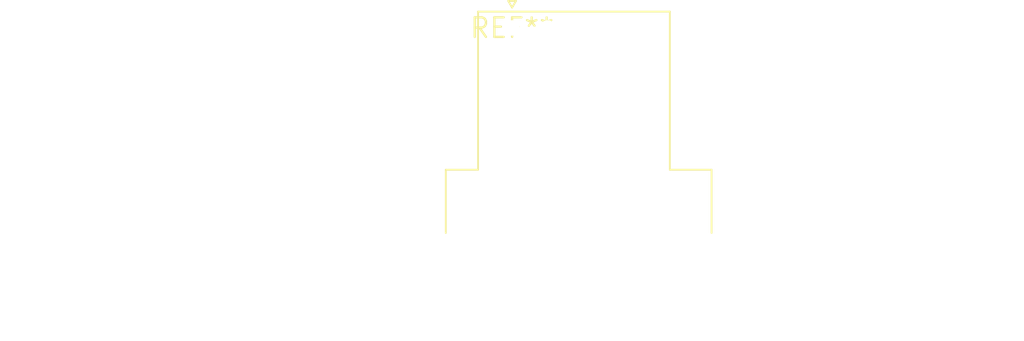
<source format=kicad_pcb>
(kicad_pcb (version 20240108) (generator pcbnew)
  (layers (0 "F.Cu" signal) (31 "B.Cu" signal) (34 "B.Paste" user) (35 "F.Paste" user) (36 "B.SilkS" user "B.Silkscreen") (37 "F.SilkS" user "F.Silkscreen") (38 "B.Mask" user) (39 "F.Mask" user) (44 "Edge.Cuts" user))
  (net 0 "")
  (footprint "DSUB-15-HD_Male_Horizontal_P2.29x1.98mm_EdgePinOffset9.40mm" (layer "F.Cu") (at 0 0)
    (property "Reference" "REF**")
    (property "Value" "DSUB-15-HD_Male_Horizontal_P2.29x1.98mm_EdgePinOffset9.40mm")
    (fp_line (start -4.295 9.2) (end -2.205 9.2) (layer "F.SilkS") (stroke (width 0.12)))
    (fp_line (start -4.295 13.3) (end -4.295 9.2) (layer "F.SilkS") (stroke (width 0.12)))
    (fp_line (start -2.205 -1.06) (end 10.22 -1.06) (layer "F.SilkS") (stroke (width 0.12)))
    (fp_line (start -2.205 9.2) (end -2.205 -1.06) (layer "F.SilkS") (stroke (width 0.12)))
    (fp_line (start -0.25 -1.754338) (end 0.25 -1.754338) (layer "F.SilkS") (stroke (width 0.12)))
    (fp_line (start 0 -1.321325) (end -0.25 -1.754338) (layer "F.SilkS") (stroke (width 0.12)))
    (fp_line (start 0.25 -1.754338) (end 0 -1.321325) (layer "F.SilkS") (stroke (width 0.12)))
    (fp_line (start 10.22 -1.06) (end 10.22 9.2) (layer "F.SilkS") (stroke (width 0.12)))
    (fp_line (start 10.22 9.2) (end 12.925 9.2) (layer "F.SilkS") (stroke (width 0.12)))
    (fp_line (start 12.925 9.2) (end 12.925 13.3) (layer "F.SilkS") (stroke (width 0.12)))
    (pad "1" thru_hole rect (at 0 0) (size 1.6 1.6) (drill 1) (layers *.Cu *.Mask) (remove_unused_layers))
    (pad "2" thru_hole circle (at 2.29 0) (size 1.6 1.6) (drill 1) (layers *.Cu *.Mask) (remove_unused_layers))
    (pad "3" thru_hole circle (at 4.58 0) (size 1.6 1.6) (drill 1) (layers *.Cu *.Mask) (remove_unused_layers))
    (pad "4" thru_hole circle (at 6.87 0) (size 1.6 1.6) (drill 1) (layers *.Cu *.Mask) (remove_unused_layers))
    (pad "5" thru_hole circle (at 9.16 0) (size 1.6 1.6) (drill 1) (layers *.Cu *.Mask) (remove_unused_layers))
    (pad "6" thru_hole circle (at -1.145 1.98) (size 1.6 1.6) (drill 1) (layers *.Cu *.Mask) (remove_unused_layers))
    (pad "7" thru_hole circle (at 1.145 1.98) (size 1.6 1.6) (drill 1) (layers *.Cu *.Mask) (remove_unused_layers))
    (pad "8" thru_hole circle (at 3.435 1.98) (size 1.6 1.6) (drill 1) (layers *.Cu *.Mask) (remove_unused_layers))
    (pad "9" thru_hole circle (at 5.725 1.98) (size 1.6 1.6) (drill 1) (layers *.Cu *.Mask) (remove_unused_layers))
    (pad "10" thru_hole circle (at 8.015 1.98) (size 1.6 1.6) (drill 1) (layers *.Cu *.Mask) (remove_unused_layers))
    (pad "11" thru_hole circle (at 0 3.96) (size 1.6 1.6) (drill 1) (layers *.Cu *.Mask) (remove_unused_layers))
    (pad "12" thru_hole circle (at 2.29 3.96) (size 1.6 1.6) (drill 1) (layers *.Cu *.Mask) (remove_unused_layers))
    (pad "13" thru_hole circle (at 4.58 3.96) (size 1.6 1.6) (drill 1) (layers *.Cu *.Mask) (remove_unused_layers))
    (pad "14" thru_hole circle (at 6.87 3.96) (size 1.6 1.6) (drill 1) (layers *.Cu *.Mask) (remove_unused_layers))
    (pad "15" thru_hole circle (at 9.16 3.96) (size 1.6 1.6) (drill 1) (layers *.Cu *.Mask) (remove_unused_layers))
  )
)
</source>
